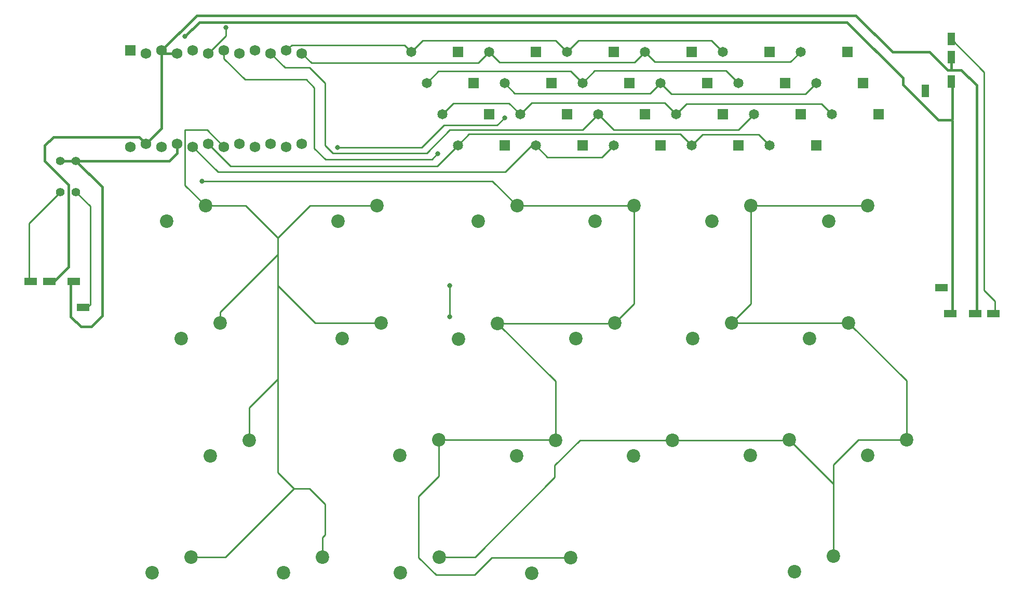
<source format=gbr>
%TF.GenerationSoftware,KiCad,Pcbnew,(7.0.0)*%
%TF.CreationDate,2023-03-07T18:29:21-05:00*%
%TF.ProjectId,LeftTEST,4c656674-5445-4535-942e-6b696361645f,rev?*%
%TF.SameCoordinates,Original*%
%TF.FileFunction,Copper,L2,Bot*%
%TF.FilePolarity,Positive*%
%FSLAX46Y46*%
G04 Gerber Fmt 4.6, Leading zero omitted, Abs format (unit mm)*
G04 Created by KiCad (PCBNEW (7.0.0)) date 2023-03-07 18:29:21*
%MOMM*%
%LPD*%
G01*
G04 APERTURE LIST*
%TA.AperFunction,ComponentPad*%
%ADD10C,2.200000*%
%TD*%
%TA.AperFunction,ComponentPad*%
%ADD11C,1.651000*%
%TD*%
%TA.AperFunction,ComponentPad*%
%ADD12R,1.651000X1.651000*%
%TD*%
%TA.AperFunction,ComponentPad*%
%ADD13R,1.200000X2.100000*%
%TD*%
%TA.AperFunction,ComponentPad*%
%ADD14C,1.397000*%
%TD*%
%TA.AperFunction,ComponentPad*%
%ADD15R,2.100000X1.200000*%
%TD*%
%TA.AperFunction,ComponentPad*%
%ADD16R,1.752600X1.752600*%
%TD*%
%TA.AperFunction,ComponentPad*%
%ADD17C,1.752600*%
%TD*%
%TA.AperFunction,ViaPad*%
%ADD18C,0.800000*%
%TD*%
%TA.AperFunction,Conductor*%
%ADD19C,0.254000*%
%TD*%
%TA.AperFunction,Conductor*%
%ADD20C,0.381000*%
%TD*%
G04 APERTURE END LIST*
D10*
%TO.P,SW30,1*%
%TO.N,col1*%
X104895345Y-103921782D03*
%TO.P,SW30,2*%
%TO.N,Net-(D27-A)*%
X98545345Y-106461782D03*
%TD*%
D11*
%TO.P,D18,1*%
%TO.N,rowE*%
X168935000Y-50800000D03*
D12*
%TO.P,D18,2*%
%TO.N,Net-(D31-A)*%
X176554999Y-50799999D03*
%TD*%
D11*
%TO.P,D14,1*%
%TO.N,rowE*%
X118135000Y-50800000D03*
D12*
%TO.P,D14,2*%
%TO.N,Net-(D27-A)*%
X125754999Y-50799999D03*
%TD*%
D10*
%TO.P,SW32,1*%
%TO.N,col2*%
X142962981Y-103948147D03*
%TO.P,SW32,2*%
%TO.N,Net-(D29-A)*%
X136612981Y-106488147D03*
%TD*%
D11*
%TO.P,D17,1*%
%TO.N,rowF*%
X156235000Y-50800000D03*
D12*
%TO.P,D17,2*%
%TO.N,Net-(D30-A)*%
X163854999Y-50799999D03*
%TD*%
D11*
%TO.P,D5,1*%
%TO.N,rowA*%
X151155000Y-40640000D03*
D12*
%TO.P,D5,2*%
%TO.N,Net-(D5-A)*%
X158774999Y-40639999D03*
%TD*%
D10*
%TO.P,SW14,1*%
%TO.N,col0*%
X69207054Y-84851708D03*
%TO.P,SW14,2*%
%TO.N,Net-(D14-A)*%
X62857054Y-87391708D03*
%TD*%
%TO.P,SW34,1*%
%TO.N,col2*%
X181107927Y-103864219D03*
%TO.P,SW34,2*%
%TO.N,Net-(D31-A)*%
X174757927Y-106404219D03*
%TD*%
D13*
%TO.P,J2,4*%
%TO.N,SCL*%
X184194999Y-47002499D03*
%TO.P,J2,3*%
%TO.N,SDA*%
X188394999Y-38502499D03*
%TO.P,J2,2*%
%TO.N,GND*%
X188394999Y-41502499D03*
%TO.P,J2,1*%
%TO.N,VCC*%
X188394999Y-45502499D03*
%TD*%
D10*
%TO.P,SW4,1*%
%TO.N,col1*%
X136675018Y-65739088D03*
%TO.P,SW4,2*%
%TO.N,Net-(D4-A)*%
X130325018Y-68279088D03*
%TD*%
D11*
%TO.P,D16,1*%
%TO.N,rowE*%
X143535000Y-50800000D03*
D12*
%TO.P,D16,2*%
%TO.N,Net-(D29-A)*%
X151154999Y-50799999D03*
%TD*%
D10*
%TO.P,SW27,1*%
%TO.N,col0*%
X73949236Y-103939636D03*
%TO.P,SW27,2*%
%TO.N,Net-(D25-A)*%
X67599236Y-106479636D03*
%TD*%
D11*
%TO.P,D21,1*%
%TO.N,rowH*%
X133375000Y-55880000D03*
D12*
%TO.P,D21,2*%
%TO.N,Net-(D42-A)*%
X140994999Y-55879999D03*
%TD*%
D11*
%TO.P,D23,1*%
%TO.N,rowG*%
X158775000Y-55880000D03*
D12*
%TO.P,D23,2*%
%TO.N,Net-(D41-A)*%
X166394999Y-55879999D03*
%TD*%
D10*
%TO.P,SW6,1*%
%TO.N,col2*%
X174813382Y-65719273D03*
%TO.P,SW6,2*%
%TO.N,Net-(D6-A)*%
X168463382Y-68259273D03*
%TD*%
D11*
%TO.P,D15,1*%
%TO.N,rowF*%
X130835000Y-50800000D03*
D12*
%TO.P,D15,2*%
%TO.N,Net-(D28-A)*%
X138454999Y-50799999D03*
%TD*%
D10*
%TO.P,SW33,1*%
%TO.N,col2*%
X162012072Y-103906183D03*
%TO.P,SW33,2*%
%TO.N,Net-(D30-A)*%
X155662072Y-106446183D03*
%TD*%
%TO.P,SW17,1*%
%TO.N,col1*%
X114463054Y-84896689D03*
%TO.P,SW17,2*%
%TO.N,Net-(D16-A)*%
X108113054Y-87436689D03*
%TD*%
%TO.P,SW2,1*%
%TO.N,col0*%
X94780000Y-65740000D03*
%TO.P,SW2,2*%
%TO.N,Net-(D2-A)*%
X88430000Y-68280000D03*
%TD*%
%TO.P,SW1,1*%
%TO.N,col0*%
X66840000Y-65740000D03*
%TO.P,SW1,2*%
%TO.N,Net-(D1-A)*%
X60490000Y-68280000D03*
%TD*%
D11*
%TO.P,D4,1*%
%TO.N,rowB*%
X138455000Y-40640000D03*
D12*
%TO.P,D4,2*%
%TO.N,Net-(D4-A)*%
X146074999Y-40639999D03*
%TD*%
D10*
%TO.P,SW45,1*%
%TO.N,col1*%
X126345347Y-123093781D03*
%TO.P,SW45,2*%
%TO.N,Net-(D40-A)*%
X119995347Y-125633781D03*
%TD*%
%TO.P,SW19,1*%
%TO.N,col2*%
X152614617Y-84812728D03*
%TO.P,SW19,2*%
%TO.N,Net-(D18-A)*%
X146264617Y-87352728D03*
%TD*%
%TO.P,SW41,1*%
%TO.N,col2*%
X104932509Y-123053601D03*
%TO.P,SW41,2*%
%TO.N,Net-(D42-A)*%
X98582509Y-125593601D03*
%TD*%
%TO.P,SW43,1*%
%TO.N,col0*%
X64445381Y-122999055D03*
%TO.P,SW43,2*%
%TO.N,Net-(D38-A)*%
X58095381Y-125539055D03*
%TD*%
D14*
%TO.P,R1,1*%
%TO.N,VCC*%
X43180000Y-58420000D03*
%TO.P,R1,2*%
%TO.N,SDA*%
X43180000Y-63500000D03*
%TD*%
D11*
%TO.P,D13,1*%
%TO.N,rowE*%
X105435000Y-50800000D03*
D12*
%TO.P,D13,2*%
%TO.N,Net-(D25-A)*%
X113054999Y-50799999D03*
%TD*%
D11*
%TO.P,D20,1*%
%TO.N,rowH*%
X120675000Y-55880000D03*
D12*
%TO.P,D20,2*%
%TO.N,Net-(D39-A)*%
X128294999Y-55879999D03*
%TD*%
D11*
%TO.P,D8D,1*%
%TO.N,rowD*%
X115595000Y-45720000D03*
D12*
%TO.P,D8D,2*%
%TO.N,Net-(D15-A)*%
X123214999Y-45719999D03*
%TD*%
D11*
%TO.P,D9,1*%
%TO.N,rowC*%
X128295000Y-45720000D03*
D12*
%TO.P,D9,2*%
%TO.N,Net-(D16-A)*%
X135914999Y-45719999D03*
%TD*%
D11*
%TO.P,D19,1*%
%TO.N,rowG*%
X107975000Y-55880000D03*
D12*
%TO.P,D19,2*%
%TO.N,Net-(D38-A)*%
X115594999Y-55879999D03*
%TD*%
D11*
%TO.P,D10,1*%
%TO.N,rowD*%
X140995000Y-45720000D03*
D12*
%TO.P,D10,2*%
%TO.N,Net-(D17-A)*%
X148614999Y-45719999D03*
%TD*%
D11*
%TO.P,D1,1*%
%TO.N,rowA*%
X100355000Y-40640000D03*
D12*
%TO.P,D1,2*%
%TO.N,Net-(D1-A)*%
X107974999Y-40639999D03*
%TD*%
D11*
%TO.P,D2,1*%
%TO.N,rowB*%
X113055000Y-40640000D03*
D12*
%TO.P,D2,2*%
%TO.N,Net-(D2-A)*%
X120674999Y-40639999D03*
%TD*%
D11*
%TO.P,D12,1*%
%TO.N,rowD*%
X166395000Y-45720000D03*
D12*
%TO.P,D12,2*%
%TO.N,Net-(D19-A)*%
X174014999Y-45719999D03*
%TD*%
D11*
%TO.P,D11,1*%
%TO.N,rowC*%
X153695000Y-45720000D03*
D12*
%TO.P,D11,2*%
%TO.N,Net-(D18-A)*%
X161314999Y-45719999D03*
%TD*%
D11*
%TO.P,D6,1*%
%TO.N,rowB*%
X163855000Y-40640000D03*
D12*
%TO.P,D6,2*%
%TO.N,Net-(D6-A)*%
X171474999Y-40639999D03*
%TD*%
D10*
%TO.P,SW5,1*%
%TO.N,col2*%
X155747491Y-65739088D03*
%TO.P,SW5,2*%
%TO.N,Net-(D5-A)*%
X149397491Y-68279088D03*
%TD*%
%TO.P,SW31,1*%
%TO.N,col1*%
X123934254Y-103962546D03*
%TO.P,SW31,2*%
%TO.N,Net-(D28-A)*%
X117584254Y-106502546D03*
%TD*%
D11*
%TO.P,D7,1*%
%TO.N,rowC*%
X102895000Y-45720000D03*
D12*
%TO.P,D7,2*%
%TO.N,Net-(D14-A)*%
X110514999Y-45719999D03*
%TD*%
D11*
%TO.P,D22,1*%
%TO.N,rowG*%
X146075000Y-55880000D03*
D12*
%TO.P,D22,2*%
%TO.N,Net-(D40-A)*%
X153694999Y-55879999D03*
%TD*%
D10*
%TO.P,SW46,1*%
%TO.N,col2*%
X169190254Y-122889456D03*
%TO.P,SW46,2*%
%TO.N,Net-(D41-A)*%
X162840254Y-125429456D03*
%TD*%
%TO.P,SW20,1*%
%TO.N,col2*%
X171666109Y-84812728D03*
%TO.P,SW20,2*%
%TO.N,Net-(D19-A)*%
X165316109Y-87352728D03*
%TD*%
D15*
%TO.P,J2,1*%
%TO.N,VCC*%
X188278957Y-83321981D03*
%TO.P,J2,2*%
%TO.N,GND*%
X192278957Y-83321981D03*
%TO.P,J2,3*%
%TO.N,SDA*%
X195278957Y-83321981D03*
%TO.P,J2,4*%
%TO.N,SCL*%
X186778957Y-79121981D03*
%TD*%
D10*
%TO.P,SW44,1*%
%TO.N,col0*%
X85888800Y-123041019D03*
%TO.P,SW44,2*%
%TO.N,Net-(D39-A)*%
X79538800Y-125581019D03*
%TD*%
%TO.P,SW3,1*%
%TO.N,col1*%
X117640000Y-65740000D03*
%TO.P,SW3,2*%
%TO.N,Net-(D3-A)*%
X111290000Y-68280000D03*
%TD*%
%TO.P,SW18,1*%
%TO.N,col1*%
X133521162Y-84854691D03*
%TO.P,SW18,2*%
%TO.N,Net-(D17-A)*%
X127171162Y-87394691D03*
%TD*%
%TO.P,SW16,1*%
%TO.N,col0*%
X95431345Y-84848725D03*
%TO.P,SW16,2*%
%TO.N,Net-(D15-A)*%
X89081345Y-87388725D03*
%TD*%
D11*
%TO.P,D3,1*%
%TO.N,rowA*%
X125755000Y-40640000D03*
D12*
%TO.P,D3,2*%
%TO.N,Net-(D3-A)*%
X133374999Y-40639999D03*
%TD*%
D15*
%TO.P,J2,1*%
%TO.N,VCC*%
X45343024Y-78091713D03*
%TO.P,J2,2*%
%TO.N,GND*%
X41343024Y-78091713D03*
%TO.P,J2,3*%
%TO.N,SDA*%
X38343024Y-78091713D03*
%TO.P,J2,4*%
%TO.N,SCL*%
X46843024Y-82291713D03*
%TD*%
D14*
%TO.P,R2,1*%
%TO.N,VCC*%
X45720000Y-58420000D03*
%TO.P,R2,2*%
%TO.N,SCL*%
X45720000Y-63500000D03*
%TD*%
D16*
%TO.P,U1,1*%
%TO.N,N/C*%
X54609999Y-40411399D03*
D17*
%TO.P,U1,2*%
X57150000Y-40868600D03*
%TO.P,U1,3*%
%TO.N,GND*%
X59690000Y-40411400D03*
%TO.P,U1,4*%
X62230000Y-40868600D03*
%TO.P,U1,5*%
%TO.N,SDA*%
X64770000Y-40411400D03*
%TO.P,U1,6*%
%TO.N,SCL*%
X67310000Y-40868600D03*
%TO.P,U1,7*%
%TO.N,rowC*%
X69850000Y-40411400D03*
%TO.P,U1,8*%
%TO.N,rowD*%
X72390000Y-40868600D03*
%TO.P,U1,9*%
%TO.N,rowE*%
X74930000Y-40411400D03*
%TO.P,U1,10*%
%TO.N,rowF*%
X77470000Y-40868600D03*
%TO.P,U1,11*%
%TO.N,rowA*%
X80010000Y-40411400D03*
%TO.P,U1,12*%
%TO.N,rowB*%
X82550000Y-40868600D03*
%TO.P,U1,13*%
%TO.N,N/C*%
X82550000Y-55651400D03*
%TO.P,U1,14*%
X80010000Y-56108600D03*
%TO.P,U1,15*%
%TO.N,col3*%
X77470000Y-55651400D03*
%TO.P,U1,16*%
%TO.N,col2*%
X74930000Y-56108600D03*
%TO.P,U1,17*%
%TO.N,col1*%
X72390000Y-55651400D03*
%TO.P,U1,18*%
%TO.N,col0*%
X69850000Y-56108600D03*
%TO.P,U1,19*%
%TO.N,rowG*%
X67310000Y-55651400D03*
%TO.P,U1,20*%
%TO.N,rowH*%
X64770000Y-56108600D03*
%TO.P,U1,21*%
%TO.N,VCC*%
X62230000Y-55651400D03*
%TO.P,U1,22*%
%TO.N,N/C*%
X59690000Y-56108600D03*
%TO.P,U1,23*%
%TO.N,GND*%
X57150000Y-55651400D03*
%TO.P,U1,24*%
%TO.N,N/C*%
X54610000Y-56108600D03*
%TD*%
D18*
%TO.N,VCC*%
X63500000Y-38100000D03*
%TO.N,SCL*%
X70148613Y-36642919D03*
%TO.N,col1*%
X66217374Y-61741960D03*
%TO.N,Net-(D27-A)*%
X106680000Y-78740000D03*
X106680000Y-83820000D03*
%TO.N,rowD*%
X115595000Y-51373266D03*
X88362335Y-56257498D03*
%TO.N,rowC*%
X104666674Y-57282137D03*
%TD*%
D19*
%TO.N,SDA*%
X38100000Y-77545000D02*
X38860000Y-78305000D01*
X38100000Y-68580000D02*
X38100000Y-77545000D01*
X43180000Y-63500000D02*
X38100000Y-68580000D01*
D20*
%TO.N,VCC*%
X46485937Y-85420411D02*
X48260000Y-85420411D01*
X48260000Y-85420411D02*
X49988703Y-83691708D01*
X44866722Y-83801196D02*
X46485937Y-85420411D01*
X44866722Y-78568017D02*
X44866722Y-83801196D01*
X45129739Y-78305000D02*
X44866722Y-78568017D01*
X49988703Y-83691708D02*
X49988703Y-62688703D01*
X49988703Y-62688703D02*
X45720000Y-58420000D01*
X188574500Y-51545500D02*
X188395000Y-51725000D01*
X188574500Y-45682000D02*
X188574500Y-51545500D01*
X188395000Y-45502500D02*
X188574500Y-45682000D01*
X188574500Y-51904500D02*
X188574500Y-53340000D01*
X188395000Y-51725000D02*
X188574500Y-51904500D01*
X185390992Y-50800000D02*
X185420000Y-50800000D01*
X180558255Y-45967263D02*
X185390992Y-50800000D01*
X185420000Y-50800000D02*
X186345000Y-51725000D01*
X186345000Y-51725000D02*
X188395000Y-51725000D01*
X171443809Y-35798419D02*
X180558255Y-44912865D01*
X180558255Y-44912865D02*
X180558255Y-45967263D01*
X65801581Y-35798419D02*
X171443809Y-35798419D01*
X63500000Y-38100000D02*
X65801581Y-35798419D01*
X188574500Y-53340000D02*
X188574500Y-83374500D01*
D19*
%TO.N,SDA*%
X195580000Y-81280000D02*
X195580000Y-83380000D01*
X188395000Y-38535000D02*
X193780000Y-43920000D01*
X188395000Y-38502500D02*
X188395000Y-38535000D01*
X193780000Y-43920000D02*
X193780000Y-79480000D01*
X193780000Y-79480000D02*
X195580000Y-81280000D01*
D20*
%TO.N,GND*%
X65408456Y-34692944D02*
X59690000Y-40411400D01*
X178825390Y-40640000D02*
X172878334Y-34692944D01*
X192580000Y-46088000D02*
X190066835Y-43574835D01*
X190066835Y-43574835D02*
X187832785Y-43574835D01*
X192580000Y-83380000D02*
X192580000Y-46088000D01*
X187832785Y-43574835D02*
X184897950Y-40640000D01*
X184897950Y-40640000D02*
X178825390Y-40640000D01*
X172878334Y-34692944D02*
X65408456Y-34692944D01*
X188395000Y-43615000D02*
X188395000Y-41502500D01*
X41860000Y-78305000D02*
X44470416Y-75694584D01*
X55990405Y-54491805D02*
X57150000Y-55651400D01*
X44470416Y-62284185D02*
X40640000Y-58453769D01*
X44470416Y-75694584D02*
X44470416Y-62284185D01*
X62230000Y-40868600D02*
X60147200Y-40868600D01*
X60147200Y-40868600D02*
X59690000Y-40411400D01*
X59690000Y-53111400D02*
X59690000Y-40411400D01*
X40640000Y-58453769D02*
X40640000Y-55880000D01*
X40640000Y-55880000D02*
X42028195Y-54491805D01*
X42028195Y-54491805D02*
X55990405Y-54491805D01*
X57150000Y-55651400D02*
X59690000Y-53111400D01*
%TO.N,VCC*%
X62230000Y-57150000D02*
X60960000Y-58420000D01*
X62230000Y-55651400D02*
X62230000Y-57150000D01*
X60960000Y-58420000D02*
X45720000Y-58420000D01*
X43180000Y-58420000D02*
X45720000Y-58420000D01*
D19*
%TO.N,SCL*%
X45720000Y-63500000D02*
X48020080Y-65800080D01*
X48020080Y-65800080D02*
X48020080Y-81844920D01*
X70148613Y-38029987D02*
X67310000Y-40868600D01*
X70148613Y-36642919D02*
X70148613Y-38029987D01*
X48020080Y-81844920D02*
X47360000Y-82505000D01*
%TO.N,col2*%
X173290109Y-103864219D02*
X181107927Y-103864219D01*
X181107927Y-94254546D02*
X171666109Y-84812728D01*
X161970108Y-103948147D02*
X162012072Y-103906183D01*
X123771254Y-108057960D02*
X123771254Y-110027132D01*
X152614617Y-84812728D02*
X155747491Y-81679854D01*
X142962981Y-103948147D02*
X127881067Y-103948147D01*
X181107927Y-103864219D02*
X181107927Y-94254546D01*
X169190254Y-122889456D02*
X169190254Y-111084365D01*
X171666109Y-84812728D02*
X152614617Y-84812728D01*
X110744785Y-123053601D02*
X104932509Y-123053601D01*
X169190254Y-107964074D02*
X173290109Y-103864219D01*
X127881067Y-103948147D02*
X123771254Y-108057960D01*
X123771254Y-110027132D02*
X110744785Y-123053601D01*
X169190254Y-111084365D02*
X169190254Y-107964074D01*
X155747491Y-81679854D02*
X155747491Y-65739088D01*
X174793567Y-65739088D02*
X174813382Y-65719273D01*
X155747491Y-65739088D02*
X174793567Y-65739088D01*
X169190254Y-111084365D02*
X162012072Y-103906183D01*
X142962981Y-103948147D02*
X161970108Y-103948147D01*
%TO.N,col0*%
X73949236Y-103939636D02*
X73949236Y-98634257D01*
X83846986Y-65740000D02*
X78603493Y-70983493D01*
X86360000Y-114354407D02*
X86360000Y-119380000D01*
X73360000Y-65740000D02*
X78603493Y-70983493D01*
X70040945Y-122999055D02*
X81225593Y-111814407D01*
X84712218Y-84848725D02*
X78603493Y-78740000D01*
X64445381Y-122999055D02*
X70040945Y-122999055D01*
X73949236Y-98634257D02*
X78603493Y-93980000D01*
X78603493Y-78740000D02*
X78603493Y-93980000D01*
X66840000Y-65740000D02*
X63500000Y-62400000D01*
X67081400Y-53340000D02*
X69850000Y-56108600D01*
X78603493Y-109220000D02*
X78631186Y-109220000D01*
X66840000Y-65740000D02*
X73360000Y-65740000D01*
X78603493Y-70983493D02*
X78603493Y-73660000D01*
X78603493Y-73660000D02*
X78603493Y-78740000D01*
X69207054Y-83056439D02*
X78603493Y-73660000D01*
X83820000Y-111814407D02*
X86360000Y-114354407D01*
X63500000Y-53340000D02*
X67081400Y-53340000D01*
X81225593Y-111814407D02*
X83820000Y-111814407D01*
X69207054Y-84851708D02*
X69207054Y-83056439D01*
X78603493Y-93980000D02*
X78603493Y-109220000D01*
X78631186Y-109220000D02*
X81225593Y-111814407D01*
X63500000Y-62400000D02*
X63500000Y-53340000D01*
X95431345Y-84848725D02*
X84712218Y-84848725D01*
X86360000Y-119380000D02*
X85888800Y-119851200D01*
X85888800Y-119851200D02*
X85888800Y-123041019D01*
X94780000Y-65740000D02*
X83846986Y-65740000D01*
%TO.N,col1*%
X117640000Y-65740000D02*
X113588032Y-61688032D01*
X133479164Y-84896689D02*
X133521162Y-84854691D01*
X136674106Y-65740000D02*
X136675018Y-65739088D01*
X114463054Y-84896689D02*
X133479164Y-84896689D01*
X113588032Y-61688032D02*
X66217374Y-61741960D01*
X117640000Y-65740000D02*
X136674106Y-65740000D01*
X101600000Y-113118713D02*
X104895345Y-109823368D01*
X113521112Y-123093781D02*
X110672178Y-125942715D01*
X104436145Y-125942715D02*
X101600000Y-123106570D01*
X126345347Y-123093781D02*
X113521112Y-123093781D01*
X123893490Y-103921782D02*
X123934254Y-103962546D01*
X123934254Y-94367889D02*
X114463054Y-84896689D01*
X123934254Y-103962546D02*
X123934254Y-94367889D01*
X136675018Y-81700835D02*
X133521162Y-84854691D01*
X104895345Y-109823368D02*
X104895345Y-103921782D01*
X136675018Y-65739088D02*
X136675018Y-81700835D01*
X110672178Y-125942715D02*
X104436145Y-125942715D01*
X104895345Y-103921782D02*
X123893490Y-103921782D01*
X101600000Y-123106570D02*
X101600000Y-113118713D01*
%TO.N,Net-(D27-A)*%
X106680000Y-83820000D02*
X106680000Y-78740000D01*
%TO.N,rowA*%
X102199427Y-38795573D02*
X123910573Y-38795573D01*
X99229746Y-39514746D02*
X100355000Y-40640000D01*
X80010000Y-40411400D02*
X80906654Y-39514746D01*
X100355000Y-40640000D02*
X102199427Y-38795573D01*
X125755000Y-40640000D02*
X127599427Y-38795573D01*
X127599427Y-38795573D02*
X149310573Y-38795573D01*
X123910573Y-38795573D02*
X125755000Y-40640000D01*
X80906654Y-39514746D02*
X99229746Y-39514746D01*
X149310573Y-38795573D02*
X151155000Y-40640000D01*
%TO.N,rowB*%
X111299709Y-42395291D02*
X113055000Y-40640000D01*
X138455000Y-40640000D02*
X140088952Y-42273952D01*
X140088952Y-42273952D02*
X162221048Y-42273952D01*
X113055000Y-40640000D02*
X114729398Y-42314398D01*
X82550000Y-40868600D02*
X84076691Y-42395291D01*
X162221048Y-42273952D02*
X163855000Y-40640000D01*
X84076691Y-42395291D02*
X111299709Y-42395291D01*
X136780602Y-42314398D02*
X138455000Y-40640000D01*
X114729398Y-42314398D02*
X136780602Y-42314398D01*
%TO.N,rowF*%
X133375000Y-53340000D02*
X153695000Y-53340000D01*
X130835000Y-50800000D02*
X133375000Y-53340000D01*
X102888914Y-57131086D02*
X106680000Y-53340000D01*
X86360000Y-55880000D02*
X87611086Y-57131086D01*
X79781400Y-43180000D02*
X83820000Y-43180000D01*
X106680000Y-53340000D02*
X128295000Y-53340000D01*
X128295000Y-53340000D02*
X130835000Y-50800000D01*
X153695000Y-53340000D02*
X156235000Y-50800000D01*
X77470000Y-40868600D02*
X79781400Y-43180000D01*
X86360000Y-45720000D02*
X86360000Y-55880000D01*
X83820000Y-43180000D02*
X86360000Y-45720000D01*
X87611086Y-57131086D02*
X102888914Y-57131086D01*
%TO.N,rowE*%
X119987414Y-48947586D02*
X141682586Y-48947586D01*
X145225629Y-49109371D02*
X167244371Y-49109371D01*
X141682586Y-48947586D02*
X143535000Y-50800000D01*
X107246968Y-48988032D02*
X116323032Y-48988032D01*
X105435000Y-50800000D02*
X107246968Y-48988032D01*
X116323032Y-48988032D02*
X118135000Y-50800000D01*
X118135000Y-50800000D02*
X119987414Y-48947586D01*
X167244371Y-49109371D02*
X168935000Y-50800000D01*
X143535000Y-50800000D02*
X145225629Y-49109371D01*
%TO.N,rowD*%
X115595000Y-51373266D02*
X114354766Y-52613500D01*
X102042160Y-56257498D02*
X88362335Y-56257498D01*
X139334084Y-47380916D02*
X140995000Y-45720000D01*
X117255916Y-47380916D02*
X139334084Y-47380916D01*
X164599263Y-47515737D02*
X166395000Y-45720000D01*
X102419659Y-55879999D02*
X102042160Y-56257498D01*
X140995000Y-45720000D02*
X142790737Y-47515737D01*
X115595000Y-45720000D02*
X117255916Y-47380916D01*
X114354766Y-52613500D02*
X105668183Y-52613500D01*
X105668183Y-52613500D02*
X102419659Y-55862024D01*
X142790737Y-47515737D02*
X164599263Y-47515737D01*
X102419659Y-55862024D02*
X102419659Y-55879999D01*
%TO.N,rowC*%
X104666674Y-57282137D02*
X104666674Y-57248059D01*
X104632596Y-57282137D02*
X104666674Y-57282137D01*
X104798723Y-43816277D02*
X126391277Y-43816277D01*
X84580236Y-56356984D02*
X86396953Y-58173701D01*
X69850000Y-41748087D02*
X73255537Y-45153624D01*
X103741032Y-58173701D02*
X104632596Y-57282137D01*
X126391277Y-43816277D02*
X128295000Y-45720000D01*
X86396953Y-58173701D02*
X103741032Y-58173701D01*
X151710385Y-43735385D02*
X153695000Y-45720000D01*
X73255537Y-45153624D02*
X83253624Y-45153624D01*
X128295000Y-45720000D02*
X130279615Y-43735385D01*
X84580236Y-46480236D02*
X84580236Y-56356984D01*
X102895000Y-45720000D02*
X104798723Y-43816277D01*
X130279615Y-43735385D02*
X151710385Y-43735385D01*
X83253624Y-45153624D02*
X84580236Y-46480236D01*
X104666674Y-57248059D02*
X104621862Y-57292871D01*
X69850000Y-40411400D02*
X69850000Y-41748087D01*
%TO.N,rowG*%
X70946820Y-59288220D02*
X104566780Y-59288220D01*
X146075000Y-55880000D02*
X147838407Y-54116593D01*
X144267056Y-54062665D02*
X146075000Y-55870609D01*
X107975000Y-55880000D02*
X109792335Y-54062665D01*
X157011593Y-54116593D02*
X158775000Y-55880000D01*
X109792335Y-54062665D02*
X144267056Y-54062665D01*
X104566780Y-59288220D02*
X107975000Y-55880000D01*
X146075000Y-55870609D02*
X146075000Y-55880000D01*
X147838407Y-54116593D02*
X157011593Y-54116593D01*
X67310000Y-55651400D02*
X70946820Y-59288220D01*
%TO.N,rowH*%
X120027500Y-55880000D02*
X120675000Y-55880000D01*
X68904229Y-60242829D02*
X115664671Y-60242829D01*
X115664671Y-60242829D02*
X120027500Y-55880000D01*
X122589456Y-57794456D02*
X131460544Y-57794456D01*
X64770000Y-56108600D02*
X68904229Y-60242829D01*
X120675000Y-55880000D02*
X122589456Y-57794456D01*
X131460544Y-57794456D02*
X133375000Y-55880000D01*
%TD*%
M02*

</source>
